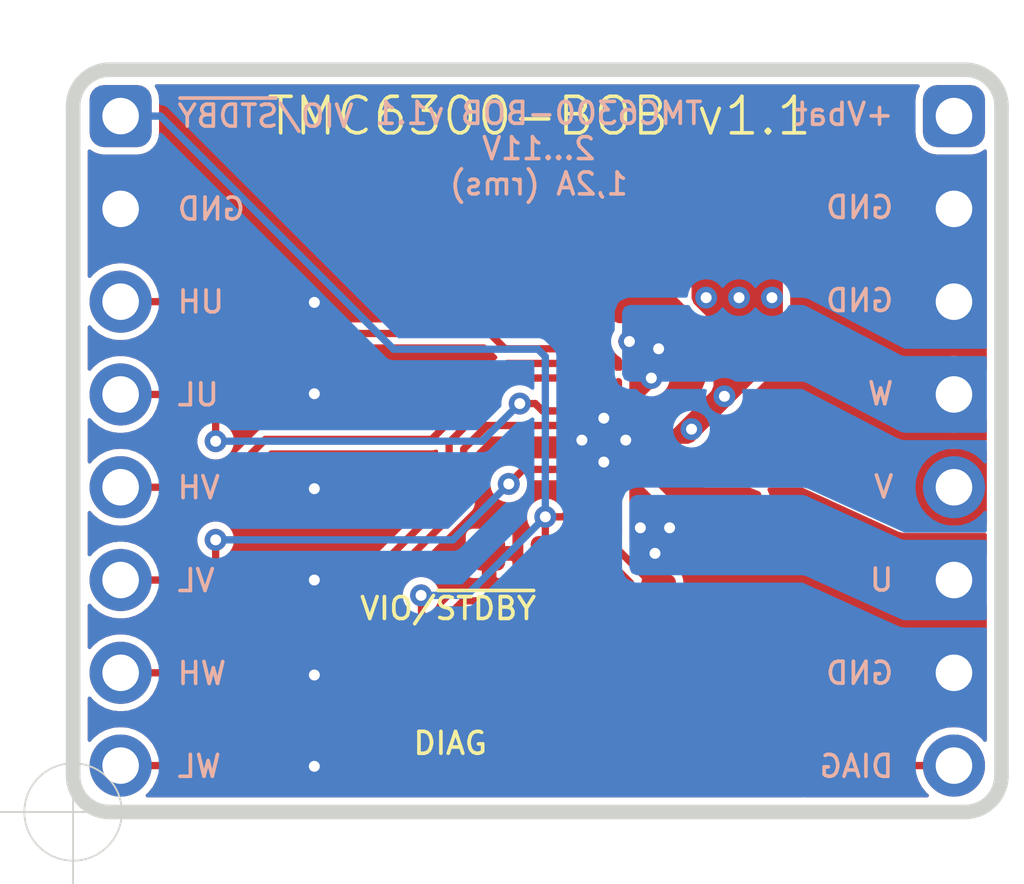
<source format=kicad_pcb>
(kicad_pcb (version 20211014) (generator pcbnew)
  (layers (0 "F.Cu" signal "F1.Cu") (1 "In1.Cu" signal "In2.Cu") (2 "In2.Cu" signal "In3.Cu") (31 "B.Cu" signal "B4.Cu") (34 "B.Paste" user) (35 "F.Paste" user) (36 "B.SilkS" user "B.Silkscreen") (37 "F.SilkS" user "F.Silkscreen") (38 "B.Mask" user) (39 "F.Mask" user) (44 "Edge.Cuts" user))
  (net 0 "")
  (net 1 "GND")
  (net 2 "/VIO\\~{STDBY}")
  (net 3 "Net-(C105-Pad1)")
  (net 4 "Net-(IC101-Pad16)")
  (net 5 "/V")
  (net 6 "/U")
  (net 7 "/DIAG")
  (net 8 "/WL")
  (net 9 "/UL")
  (net 10 "/VL")
  (net 11 "/W")
  (net 12 "/UH")
  (net 13 "/WH")
  (net 14 "/VH")
  (net 15 "Net-(D101-Pad1)")
  (net 16 "Net-(IC101-Pad20)")
  (net 17 "/+Vbat")
  (net 18 "Net-(D102-Pad1)")
  (footprint "Fiducial:Fiducial_0.5mm_Dia_1mm_Outer" (layer "F.Cu") (at 4 -19)
    (fp_text reference "fid101")
    (fp_text value "fiducial" hide)
    (pad "~" smd circle locked (at 0 0) (size 0.5 0.5) (layers "F.Cu" "F.Mask") (clearance 0.25))
  )
  (footprint "Fiducial:Fiducial_0.5mm_Dia_1mm_Outer" (layer "F.Cu") (at 21.5 -19)
    (fp_text reference "fid102")
    (fp_text value "fiducial" hide)
    (pad "~" smd circle locked (at 0 0) (size 0.5 0.5) (layers "F.Cu" "F.Mask") (clearance 0.25))
  )
  (footprint "Resistor_SMD:R_0603_1608Metric" (layer "F.Cu") (at 4.7 -13.95 180)
    (fp_text reference "R101")
    (fp_text value "100kΩ/1%/0603" hide)
    (pad "1" smd roundrect locked (at -0.7875 0 180) (size 0.875 0.95) (layers "F.Cu" "F.Paste" "F.Mask") (net 1 "GND"))
    (pad "2" smd roundrect locked (at 0.7875 0 180) (size 0.875 0.95) (layers "F.Cu" "F.Paste" "F.Mask") (net 12 "/UH"))
  )
  (footprint "Resistor_SMD:R_0603_1608Metric" (layer "F.Cu") (at 4.7 -11.45)
    (fp_text reference "R102")
    (fp_text value "100kΩ/1%/0603" hide)
    (pad "1" smd roundrect locked (at -0.7875 0) (size 0.875 0.95) (layers "F.Cu" "F.Paste" "F.Mask") (net 9 "/UL"))
    (pad "2" smd roundrect locked (at 0.7875 0) (size 0.875 0.95) (layers "F.Cu" "F.Paste" "F.Mask") (net 1 "GND"))
  )
  (footprint "Resistor_SMD:R_0603_1608Metric" (layer "F.Cu") (at 4.7 -8.85)
    (fp_text reference "R103")
    (fp_text value "100kΩ/1%/0603" hide)
    (pad "1" smd roundrect locked (at -0.7875 0) (size 0.875 0.95) (layers "F.Cu" "F.Paste" "F.Mask") (net 14 "/VH"))
    (pad "2" smd roundrect locked (at 0.7875 0) (size 0.875 0.95) (layers "F.Cu" "F.Paste" "F.Mask") (net 1 "GND"))
  )
  (footprint "Resistor_SMD:R_0603_1608Metric" (layer "F.Cu") (at 4.7 -6.35)
    (fp_text reference "R104")
    (fp_text value "100kΩ/1%/0603" hide)
    (pad "1" smd roundrect locked (at -0.7875 0) (size 0.875 0.95) (layers "F.Cu" "F.Paste" "F.Mask") (net 10 "/VL"))
    (pad "2" smd roundrect locked (at 0.7875 0) (size 0.875 0.95) (layers "F.Cu" "F.Paste" "F.Mask") (net 1 "GND"))
  )
  (footprint "Resistor_SMD:R_0603_1608Metric" (layer "F.Cu") (at 4.7 -3.75)
    (fp_text reference "R105")
    (fp_text value "100kΩ/1%/0603" hide)
    (pad "1" smd roundrect locked (at -0.7875 0) (size 0.875 0.95) (layers "F.Cu" "F.Paste" "F.Mask") (net 13 "/WH"))
    (pad "2" smd roundrect locked (at 0.7875 0) (size 0.875 0.95) (layers "F.Cu" "F.Paste" "F.Mask") (net 1 "GND"))
  )
  (footprint "Resistor_SMD:R_0603_1608Metric" (layer "F.Cu") (at 4.7 -1.25)
    (fp_text reference "R106")
    (fp_text value "100kΩ/1%/0603" hide)
    (pad "1" smd roundrect locked (at -0.7875 0) (size 0.875 0.95) (layers "F.Cu" "F.Paste" "F.Mask") (net 8 "/WL"))
    (pad "2" smd roundrect locked (at 0.7875 0) (size 0.875 0.95) (layers "F.Cu" "F.Paste" "F.Mask") (net 1 "GND"))
  )
  (footprint "Resistor_SMD:R_0603_1608Metric" (layer "F.Cu") (at 13.37 -4.53)
    (fp_text reference "R108")
    (fp_text value "1kΩ/1%/0603" hide)
    (pad "1" smd roundrect locked (at -0.7875 0) (size 0.875 0.95) (layers "F.Cu" "F.Paste" "F.Mask") (net 18 "Net-(D102-Pad1)"))
    (pad "2" smd roundrect locked (at 0.7875 0) (size 0.875 0.95) (layers "F.Cu" "F.Paste" "F.Mask") (net 1 "GND"))
  )
  (footprint "LED_SMD:LED_0603_1608Metric" (layer "F.Cu") (at 10.32 -2.98 180)
    (fp_text reference "D101")
    (fp_text value "White" hide)
    (pad "1" smd roundrect locked (at -0.7875 0 180) (size 0.875 0.95) (layers "F.Cu" "F.Paste" "F.Mask") (net 15 "Net-(D101-Pad1)"))
    (pad "2" smd roundrect locked (at 0.7875 0 180) (size 0.875 0.95) (layers "F.Cu" "F.Paste" "F.Mask") (net 7 "/DIAG"))
  )
  (footprint "Resistor_SMD:R_0603_1608Metric" (layer "F.Cu") (at 13.37 -2.98)
    (fp_text reference "R107")
    (fp_text value "220Ω/1%/0603" hide)
    (pad "1" smd roundrect locked (at -0.7875 0) (size 0.875 0.95) (layers "F.Cu" "F.Paste" "F.Mask") (net 15 "Net-(D101-Pad1)"))
    (pad "2" smd roundrect locked (at 0.7875 0) (size 0.875 0.95) (layers "F.Cu" "F.Paste" "F.Mask") (net 1 "GND"))
  )
  (footprint "LED_SMD:LED_0603_1608Metric" (layer "F.Cu") (at 10.32 -4.53 180)
    (fp_text reference "D102")
    (fp_text value "Blue" hide)
    (pad "1" smd roundrect locked (at -0.7875 0 180) (size 0.875 0.95) (layers "F.Cu" "F.Paste" "F.Mask") (net 18 "Net-(D102-Pad1)"))
    (pad "2" smd roundrect locked (at 0.7875 0 180) (size 0.875 0.95) (layers "F.Cu" "F.Paste" "F.Mask") (net 2 "/VIO\\~{STDBY}"))
  )
  (footprint "Resistor_SMD:R_1206_3216Metric" (layer "F.Cu") (at 18.02 -6.08 -90)
    (fp_text reference "R110")
    (fp_text value "150mΩ/0,5W" hide)
    (pad "1" smd roundrect locked (at -1.4 0 270) (size 1.25 1.75) (layers "F.Cu" "F.Paste" "F.Mask") (roundrect_rratio 0.2) (net 4 "Net-(IC101-Pad16)"))
    (pad "2" smd roundrect locked (at 1.4 0 270) (size 1.25 1.75) (layers "F.Cu" "F.Paste" "F.Mask") (roundrect_rratio 0.2) (net 1 "GND"))
  )
  (footprint "Capacitor_SMD:C_0603_1608Metric" (layer "F.Cu") (at 17.42 -15.78 90)
    (fp_text reference "C102")
    (fp_text value "100nF/25V/0603" hide)
    (pad "1" smd roundrect locked (at -0.7875 0 90) (size 0.875 0.95) (layers "F.Cu" "F.Paste" "F.Mask") (net 17 "/+Vbat"))
    (pad "2" smd roundrect locked (at 0.7875 0 90) (size 0.875 0.95) (layers "F.Cu" "F.Paste" "F.Mask") (net 1 "GND"))
  )
  (footprint "Capacitor_SMD:C_0603_1608Metric" (layer "F.Cu") (at 16.02 -5.28 -90)
    (fp_text reference "C105")
    (fp_text value "100nF/10V/0603" hide)
    (pad "1" smd roundrect locked (at -0.7875 0 270) (size 0.875 0.95) (layers "F.Cu" "F.Paste" "F.Mask") (net 3 "Net-(C105-Pad1)"))
    (pad "2" smd roundrect locked (at 0.7875 0 270) (size 0.875 0.95) (layers "F.Cu" "F.Paste" "F.Mask") (net 1 "GND"))
  )
  (footprint "Capacitor_SMD:C_0603_1608Metric" (layer "F.Cu") (at 12.17 -7.08 180)
    (fp_text reference "C104")
    (fp_text value "100nF/25V/0603" hide)
    (pad "1" smd roundrect locked (at -0.7875 0 180) (size 0.875 0.95) (layers "F.Cu" "F.Paste" "F.Mask") (net 2 "/VIO\\~{STDBY}"))
    (pad "2" smd roundrect locked (at 0.7875 0 180) (size 0.875 0.95) (layers "F.Cu" "F.Paste" "F.Mask") (net 1 "GND"))
  )
  (footprint "Resistor_SMD:R_1206_3216Metric" (layer "F.Cu") (at 15.42 -15.48 90)
    (fp_text reference "R109")
    (fp_text value "150mΩ/0,5W" hide)
    (pad "1" smd roundrect locked (at -1.4 0 90) (size 1.25 1.75) (layers "F.Cu" "F.Paste" "F.Mask") (roundrect_rratio 0.2) (net 16 "Net-(IC101-Pad20)"))
    (pad "2" smd roundrect locked (at 1.4 0 90) (size 1.25 1.75) (layers "F.Cu" "F.Paste" "F.Mask") (roundrect_rratio 0.2) (net 1 "GND"))
  )
  (footprint "Fiducial:Fiducial_0.5mm_Dia_1mm_Outer" (layer "F.Cu") (at 20 -1)
    (fp_text reference "fid103")
    (fp_text value "fiducial" hide)
    (pad "~" smd circle locked (at 0 0) (size 0.5 0.5) (layers "F.Cu" "F.Mask") (clearance 0.25))
  )
  (footprint "Trinamic:QFN20" (layer "F.Cu") (at 14.52 -10.18 -90)
    (fp_text reference "IC101")
    (fp_text value "TMC6300" hide)
    (pad "1" smd oval locked (at -1.4 -0.8) (size 0.2 0.6) (layers "F.Cu" "F.Paste" "F.Mask") (net 11 "/W") (clearance 0.1))
    (pad "2" smd oval locked (at -1.4 -0.4) (size 0.2 0.6) (layers "F.Cu" "F.Paste" "F.Mask") (clearance 0.1))
    (pad "3" smd oval locked (at -1.4 0) (size 0.2 0.6) (layers "F.Cu" "F.Paste" "F.Mask") (net 12 "/UH") (clearance 0.1))
    (pad "4" smd oval locked (at -1.4 0.4) (size 0.2 0.6) (layers "F.Cu" "F.Paste" "F.Mask") (net 14 "/VH") (clearance 0.1))
    (pad "5" smd oval locked (at -1.4 0.8) (size 0.2 0.6) (layers "F.Cu" "F.Paste" "F.Mask") (net 13 "/WH") (clearance 0.1))
    (pad "6" smd oval locked (at -0.8 1.4 90) (size 0.2 0.6) (layers "F.Cu" "F.Paste" "F.Mask") (net 9 "/UL") (clearance 0.1))
    (pad "7" smd oval locked (at -0.4 1.4 90) (size 0.2 0.6) (layers "F.Cu" "F.Paste" "F.Mask") (net 8 "/WL") (clearance 0.1))
    (pad "8" smd oval locked (at 0 1.4 90) (size 0.2 0.6) (layers "F.Cu" "F.Paste" "F.Mask") (net 1 "GND") (clearance 0.1))
    (pad "9" smd oval locked (at 0.4 1.4 90) (size 0.2 0.6) (layers "F.Cu" "F.Paste" "F.Mask") (net 1 "GND") (clearance 0.1))
    (pad "10" smd oval locked (at 0.8 1.4 90) (size 0.2 0.6) (layers "F.Cu" "F.Paste" "F.Mask") (net 10 "/VL") (clearance 0.1))
    (pad "11" smd oval locked (at 1.4 0.8) (size 0.2 0.6) (layers "F.Cu" "F.Paste" "F.Mask") (net 2 "/VIO\\~{STDBY}") (clearance 0.1))
    (pad "12" smd oval locked (at 1.4 0.4) (size 0.2 0.6) (layers "F.Cu" "F.Paste" "F.Mask") (net 7 "/DIAG") (clearance 0.1))
    (pad "13" smd oval locked (at 1.4 0) (size 0.2 0.6) (layers "F.Cu" "F.Paste" "F.Mask") (net 3 "Net-(C105-Pad1)") (clearance 0.1))
    (pad "14" smd oval locked (at 1.4 -0.4) (size 0.2 0.6) (layers "F.Cu" "F.Paste" "F.Mask") (net 1 "GND") (clearance 0.1))
    (pad "15" smd oval locked (at 1.4 -0.8) (size 0.2 0.6) (layers "F.Cu" "F.Paste" "F.Mask") (net 6 "/U") (clearance 0.1))
    (pad "16" smd oval locked (at 0.8 -1.4 90) (size 0.2 0.6) (layers "F.Cu" "F.Paste" "F.Mask") (net 4 "Net-(IC101-Pad16)") (clearance 0.1))
    (pad "17" smd oval locked (at 0.4 -1.4 90) (size 0.2 0.6) (layers "F.Cu" "F.Paste" "F.Mask") (net 5 "/V") (clearance 0.1))
    (pad "18" smd oval locked (at 0 -1.4 90) (size 0.2 0.6) (layers "F.Cu" "F.Paste" "F.Mask") (net 17 "/+Vbat") (clearance 0.1))
    (pad "19" smd oval locked (at -0.4 -1.4 90) (size 0.2 0.6) (layers "F.Cu" "F.Paste" "F.Mask") (clearance 0.1))
    (pad "20" smd oval locked (at -0.8 -1.4 90) (size 0.2 0.6) (layers "F.Cu" "F.Paste" "F.Mask") (net 16 "Net-(IC101-Pad20)") (clearance 0.1))
    (pad "PAD" smd roundrect locked (at 0 0 270) (size 1.8 1.8) (layers "F.Cu" "F.Mask") (roundrect_rratio 0.056) (net 1 "GND") (clearance 0.1))
  )
  (footprint "Capacitor_SMD:C_0603_1608Metric" (layer "F.Cu") (at 18.92 -15.78 90)
    (fp_text reference "C101")
    (fp_text value "10μF/25V/0603" hide)
    (pad "1" smd roundrect locked (at -0.7875 0 90) (size 0.875 0.95) (layers "F.Cu" "F.Paste" "F.Mask") (net 17 "/+Vbat"))
    (pad "2" smd roundrect locked (at 0.7875 0 90) (size 0.875 0.95) (layers "F.Cu" "F.Paste" "F.Mask") (net 1 "GND"))
  )
  (footprint "Connector_PinHeader_2.54mm:PinHeader_1x08_P2.54mm_Vertical" (layer "B.Cu") (at 24.1 -19.05 180)
    (fp_text reference "J102")
    (fp_text value "Conn_01x08_Male" hide)
    (pad "1" thru_hole roundrect locked (at 0 0 180) (size 1.7 1.7) (drill 1) (layers *.Cu *.Mask) (roundrect_rratio 0.235) (net 17 "/+Vbat"))
    (pad "2" thru_hole oval locked (at 0 -2.54 180) (size 1.7 1.7) (drill 1) (layers *.Cu *.Mask) (net 1 "GND"))
    (pad "3" thru_hole oval locked (at 0 -5.08 180) (size 1.7 1.7) (drill 1) (layers *.Cu *.Mask) (net 1 "GND"))
    (pad "4" thru_hole oval locked (at 0 -7.62 180) (size 1.7 1.7) (drill 1) (layers *.Cu *.Mask) (net 11 "/W"))
    (pad "5" thru_hole oval locked (at 0 -10.16 180) (size 1.7 1.7) (drill 1) (layers *.Cu *.Mask) (net 5 "/V"))
    (pad "6" thru_hole oval locked (at 0 -12.7 180) (size 1.7 1.7) (drill 1) (layers *.Cu *.Mask) (net 6 "/U"))
    (pad "7" thru_hole oval locked (at 0 -15.24 180) (size 1.7 1.7) (drill 1) (layers *.Cu *.Mask) (net 1 "GND"))
    (pad "8" thru_hole oval locked (at 0 -17.78 180) (size 1.7 1.7) (drill 1) (layers *.Cu *.Mask) (net 7 "/DIAG"))
  )
  (footprint "Connector_PinHeader_2.54mm:PinHeader_1x08_P2.54mm_Vertical" (layer "B.Cu") (at 1.3 -19.05 180)
    (fp_text reference "J101")
    (fp_text value "Conn_01x08_Male" hide)
    (pad "1" thru_hole roundrect locked (at 0 0 180) (size 1.7 1.7) (drill 1) (layers *.Cu *.Mask) (roundrect_rratio 0.235) (net 2 "/VIO\\~{STDBY}"))
    (pad "2" thru_hole oval locked (at 0 -2.54 180) (size 1.7 1.7) (drill 1) (layers *.Cu *.Mask) (net 1 "GND"))
    (pad "3" thru_hole oval locked (at 0 -5.08 180) (size 1.7 1.7) (drill 1) (layers *.Cu *.Mask) (net 12 "/UH"))
    (pad "4" thru_hole oval locked (at 0 -7.62 180) (size 1.7 1.7) (drill 1) (layers *.Cu *.Mask) (net 9 "/UL"))
    (pad "5" thru_hole oval locked (at 0 -10.16 180) (size 1.7 1.7) (drill 1) (layers *.Cu *.Mask) (net 14 "/VH"))
    (pad "6" thru_hole oval locked (at 0 -12.7 180) (size 1.7 1.7) (drill 1) (layers *.Cu *.Mask) (net 10 "/VL"))
    (pad "7" thru_hole oval locked (at 0 -15.24 180) (size 1.7 1.7) (drill 1) (layers *.Cu *.Mask) (net 13 "/WH"))
    (pad "8" thru_hole oval locked (at 0 -17.78 180) (size 1.7 1.7) (drill 1) (layers *.Cu *.Mask) (net 8 "/WL"))
  )
  (gr_line (start 0 -19.32) (end 0 -1) (layer "Edge.Cuts") (width 0.4))
  (gr_arc (start 1 0) (mid 0.292893 -0.292893) (end 0 -1) (layer "Edge.Cuts") (width 0.4))
  (gr_line (start 1 0) (end 24.4 0) (layer "Edge.Cuts") (width 0.4))
  (gr_arc (start 25.4 -1) (mid 25.107107 -0.292893) (end 24.4 0) (layer "Edge.Cuts") (width 0.4))
  (gr_arc (start 0 -19.32) (mid 0.292893 -20.027107) (end 1 -20.32) (layer "Edge.Cuts") (width 0.4))
  (gr_line (start 1 -20.32) (end 24.4 -20.32) (layer "Edge.Cuts") (width 0.4))
  (gr_line (start 25.4 -19.32) (end 25.4 -1) (layer "Edge.Cuts") (width 0.4))
  (gr_arc (start 24.4 -20.32) (mid 25.107107 -20.027107) (end 25.4 -19.32) (layer "Edge.Cuts") (width 0.4))
  (gr_text "GND" (at 2.8 -16.507143) (layer "B.SilkS") (effects (font (size 0.6 0.6) (thickness 0.1)) (justify right mirror)))
  (gr_text "UH" (at 2.8 -13.964286) (layer "B.SilkS") (effects (font (size 0.6 0.6) (thickness 0.1)) (justify right mirror)))
  (gr_text "UL" (at 2.8 -11.421429) (layer "B.SilkS") (effects (font (size 0.6 0.6) (thickness 0.1)) (justify right mirror)))
  (gr_text "VH" (at 2.8 -8.878572) (layer "B.SilkS") (effects (font (size 0.6 0.6) (thickness 0.1)) (justify right mirror)))
  (gr_text "VL" (at 2.8 -6.335715) (layer "B.SilkS") (effects (font (size 0.6 0.6) (thickness 0.1)) (justify right mirror)))
  (gr_text "WH" (at 2.8 -3.792858) (layer "B.SilkS") (effects (font (size 0.6 0.6) (thickness 0.1)) (justify right mirror)))
  (gr_text "WL" (at 2.8 -1.25) (layer "B.SilkS") (effects (font (size 0.6 0.6) (thickness 0.1)) (justify right mirror)))
  (gr_text "+Vbat" (at 22.5 -19.1) (layer "B.SilkS") (effects (font (size 0.6 0.6) (thickness 0.1)) (justify left mirror)))
  (gr_text "GND" (at 22.5 -16.55) (layer "B.SilkS") (effects (font (size 0.6 0.6) (thickness 0.1)) (justify left mirror)))
  (gr_text "GND" (at 22.5 -14) (layer "B.SilkS") (effects (font (size 0.6 0.6) (thickness 0.1)) (justify left mirror)))
  (gr_text "W" (at 22.5 -11.45) (layer "B.SilkS") (effects (font (size 0.6 0.6) (thickness 0.1)) (justify left mirror)))
  (gr_text "V" (at 22.5 -8.9) (layer "B.SilkS") (effects (font (size 0.6 0.6) (thickness 0.1)) (justify left mirror)))
  (gr_text "U" (at 22.5 -6.35) (layer "B.SilkS") (effects (font (size 0.6 0.6) (thickness 0.1)) (justify left mirror)))
  (gr_text "GND" (at 22.5 -3.8) (layer "B.SilkS") (effects (font (size 0.6 0.6) (thickness 0.1)) (justify left mirror)))
  (gr_text "DIAG" (at 22.5 -1.25) (layer "B.SilkS") (effects (font (size 0.6 0.6) (thickness 0.1)) (justify left mirror)))
  (gr_text "TMC6300-BOB v1.1\n2…11V\n1,2A (rms)" (at 12.74 -18.16) (layer "B.SilkS") (effects (font (size 0.6 0.6) (thickness 0.1)) (justify mirror)))
  (gr_text "VIO/~{STDBY}" (at 2.8 -19.05) (layer "B.SilkS") (effects (font (size 0.6 0.6) (thickness 0.1)) (justify right mirror)))
  (gr_text "VIO/~{STDBY}" (at 10.26 -5.57) (layer "F.SilkS") (effects (font (size 0.6 0.6) (thickness 0.1))))
  (gr_text "TMC6300-BOB v1.1" (at 12.75 -19.05) (layer "F.SilkS") (effects (font (size 1 1) (thickness 0.1))))
  (gr_text "DIAG" (at 10.32 -1.88) (layer "F.SilkS") (effects (font (size 0.6 0.6) (thickness 0.1))))
  (target plus (at 0 0) (size 4) (width 0.05) (layer "Edge.Cuts"))
  (segment (start 5.4875 -13.95) (end 6.6 -13.95) (width 0.2) (layer "F.Cu") (net 1))
  (segment (start 5.4875 -6.35) (end 6.6 -6.35) (width 0.2) (layer "F.Cu") (net 1))
  (segment (start 5.4875 -3.75) (end 6.6 -3.75) (width 0.2) (layer "F.Cu") (net 1))
  (segment (start 5.4875 -11.45) (end 6.6 -11.45) (width 0.2) (layer "F.Cu") (net 1))
  (segment (start 5.4875 -1.25) (end 6.6 -1.25) (width 0.2) (layer "F.Cu") (net 1))
  (segment (start 5.4875 -8.85) (end 6.6 -8.85) (width 0.2) (layer "F.Cu") (net 1))
  (via (at 14.52 -9.58) (size 0.6) (drill 0.3) (layers "F.Cu" "B.Cu") (net 1))
  (via (at 14.52 -10.78) (size 0.6) (drill 0.3) (layers "F.Cu" "B.Cu") (net 1))
  (via (at 15.12 -10.18) (size 0.6) (drill 0.3) (layers "F.Cu" "B.Cu") (net 1))
  (via (at 13.92 -10.18) (size 0.6) (drill 0.3) (layers "F.Cu" "B.Cu") (net 1))
  (via (at 6.6 -8.85) (size 0.6) (drill 0.3) (layers "F.Cu" "B.Cu") (net 1))
  (via (at 6.6 -11.45) (size 0.6) (drill 0.3) (layers "F.Cu" "B.Cu") (net 1))
  (via (at 6.6 -13.95) (size 0.6) (drill 0.3) (layers "F.Cu" "B.Cu") (net 1))
  (via (at 6.6 -6.35) (size 0.6) (drill 0.3) (layers "F.Cu" "B.Cu") (net 1))
  (via (at 6.6 -1.25) (size 0.6) (drill 0.3) (layers "F.Cu" "B.Cu") (net 1))
  (via (at 6.6 -3.75) (size 0.6) (drill 0.3) (layers "F.Cu" "B.Cu") (net 1))
  (segment (start 12.92 -7.1175) (end 12.9575 -7.08) (width 0.2) (layer "F.Cu") (net 2))
  (segment (start 13.72 -8.78) (end 13.72 -8.38) (width 0.2) (layer "F.Cu") (net 2))
  (segment (start 13.72 -8.38) (end 13.42 -8.08) (width 0.2) (layer "F.Cu") (net 2))
  (segment (start 9.5325 -4.53) (end 9.5325 -5.9175) (width 0.2) (layer "F.Cu") (net 2))
  (segment (start 12.92 -8.08) (end 12.92 -7.1175) (width 0.2) (layer "F.Cu") (net 2))
  (segment (start 13.42 -8.08) (end 12.92 -8.08) (width 0.2) (layer "F.Cu") (net 2))
  (via (at 9.52 -5.93) (size 0.6) (drill 0.3) (layers "F.Cu" "B.Cu") (net 2))
  (via (at 12.92 -8.08) (size 0.6) (drill 0.3) (layers "F.Cu" "B.Cu") (net 2))
  (segment (start 12.72 -12.668002) (end 12.92 -12.468002) (width 0.2) (layer "B.Cu") (net 2))
  (segment (start 12.92 -8.08) (end 10.77 -5.93) (width 0.2) (layer "B.Cu") (net 2))
  (segment (start 10.77 -5.93) (end 9.97 -5.93) (width 0.2) (layer "B.Cu") (net 2))
  (segment (start 9.944264 -5.93) (end 9.52 -5.93) (width 0.2) (layer "B.Cu") (net 2))
  (segment (start 12.92 -12.468002) (end 12.92 -8.08) (width 0.2) (layer "B.Cu") (net 2))
  (segment (start 1.3 -19.05) (end 2.388002 -19.05) (width 0.2) (layer "B.Cu") (net 2))
  (segment (start 8.77 -12.668002) (end 12.72 -12.668002) (width 0.2) (layer "B.Cu") (net 2))
  (segment (start 2.388002 -19.05) (end 7.519001 -13.919001) (width 0.2) (layer "B.Cu") (net 2))
  (segment (start 7.519001 -13.919001) (end 8.77 -12.668002) (width 0.2) (layer "B.Cu") (net 2))
  (segment (start 14.52 -7.5675) (end 16.02 -6.0675) (width 0.2) (layer "F.Cu") (net 3))
  (segment (start 14.52 -8.78) (end 14.52 -7.5675) (width 0.2) (layer "F.Cu") (net 3))
  (via (at 15.52 -7.78) (size 0.6) (drill 0.3) (layers "F.Cu" "B.Cu") (net 6))
  (via (at 15.92 -7.08) (size 0.6) (drill 0.3) (layers "F.Cu" "B.Cu") (net 6))
  (via (at 16.32 -7.78) (size 0.6) (drill 0.3) (layers "F.Cu" "B.Cu") (net 6))
  (segment (start 14.12 -8.78) (end 14.12 -6.18) (width 0.2) (layer "F.Cu") (net 7))
  (segment (start 10.27001 -3.71751) (end 9.994112 -3.441612) (width 0.2) (layer "F.Cu") (net 7))
  (segment (start 10.27001 -5.38001) (end 10.27001 -3.71751) (width 0.2) (layer "F.Cu") (net 7))
  (segment (start 10.67 -5.78) (end 10.27001 -5.38001) (width 0.2) (layer "F.Cu") (net 7))
  (segment (start 13.72 -5.78) (end 10.67 -5.78) (width 0.2) (layer "F.Cu") (net 7))
  (segment (start 9.994112 -3.441612) (end 9.5325 -2.98) (width 0.2) (layer "F.Cu") (net 7))
  (segment (start 14.12 -6.18) (end 13.72 -5.78) (width 0.2) (layer "F.Cu") (net 7))
  (segment (start 9.5325 -2.98) (end 9.5325 -2.9675) (width 0.2) (layer "F.Cu") (net 7))
  (segment (start 21.33 -1.27) (end 24.1 -1.27) (width 0.2) (layer "F.Cu") (net 7))
  (segment (start 10.32 -2.18) (end 20.42 -2.18) (width 0.2) (layer "F.Cu") (net 7))
  (segment (start 9.5325 -2.9675) (end 10.32 -2.18) (width 0.2) (layer "F.Cu") (net 7))
  (segment (start 20.42 -2.18) (end 21.33 -1.27) (width 0.2) (layer "F.Cu") (net 7))
  (segment (start 10.687161 -8.451462) (end 7.42 -5.184302) (width 0.2) (layer "F.Cu") (net 8))
  (segment (start 10.687161 -9.937161) (end 10.687161 -8.451462) (width 0.2) (layer "F.Cu") (net 8))
  (segment (start 7.42 -2.37) (end 7.3 -2.25) (width 0.2) (layer "F.Cu") (net 8))
  (segment (start 11.32 -10.58) (end 11.32 -10.57) (width 0.2) (layer "F.Cu") (net 8))
  (segment (start 11.32 -10.57) (end 10.687161 -9.937161) (width 0.2) (layer "F.Cu") (net 8))
  (segment (start 7.42 -5.184302) (end 7.42 -2.37) (width 0.2) (layer "F.Cu") (net 8))
  (segment (start 4.9125 -2.25) (end 3.9125 -1.25) (width 0.2) (layer "F.Cu") (net 8))
  (segment (start 13.12 -10.58) (end 11.32 -10.58) (width 0.2) (layer "F.Cu") (net 8))
  (segment (start 3.8925 -1.27) (end 3.9125 -1.25) (width 0.2) (layer "F.Cu") (net 8))
  (segment (start 1.3 -1.27) (end 3.8925 -1.27) (width 0.2) (layer "F.Cu") (net 8))
  (segment (start 7.3 -2.25) (end 4.9125 -2.25) (width 0.2) (layer "F.Cu") (net 8))
  (segment (start 12.22 -11.18) (end 12.644264 -11.18) (width 0.2) (layer "F.Cu") (net 9))
  (segment (start 12.644264 -11.18) (end 12.844264 -10.98) (width 0.2) (layer "F.Cu") (net 9))
  (segment (start 12.844264 -10.98) (end 13.12 -10.98) (width 0.2) (layer "F.Cu") (net 9))
  (segment (start 3.9 -10.15) (end 3.9 -11.4375) (width 0.2) (layer "F.Cu") (net 9))
  (segment (start 3.9 -11.4375) (end 3.9125 -11.45) (width 0.2) (layer "F.Cu") (net 9))
  (segment (start 1.3 -11.43) (end 3.8925 -11.43) (width 0.2) (layer "F.Cu") (net 9))
  (segment (start 3.8925 -11.43) (end 3.9125 -11.45) (width 0.2) (layer "F.Cu") (net 9))
  (via (at 12.22 -11.18) (size 0.6) (drill 0.3) (layers "F.Cu" "B.Cu") (net 9))
  (via (at 3.9 -10.15) (size 0.6) (drill 0.3) (layers "F.Cu" "B.Cu") (net 9))
  (segment (start 11.19 -10.15) (end 12.22 -11.18) (width 0.2) (layer "B.Cu") (net 9))
  (segment (start 3.9 -10.15) (end 11.19 -10.15) (width 0.2) (layer "B.Cu") (net 9))
  (segment (start 12.32 -9.38) (end 11.92 -8.98) (width 0.2) (layer "F.Cu") (net 10))
  (segment (start 13.12 -9.38) (end 12.32 -9.38) (width 0.2) (layer "F.Cu") (net 10))
  (segment (start 3.9 -7.45) (end 3.9 -6.3625) (width 0.2) (layer "F.Cu") (net 10))
  (segment (start 1.3 -6.35) (end 2.502081 -6.35) (width 0.2) (layer "F.Cu") (net 10))
  (segment (start 3.9 -6.3625) (end 3.9125 -6.35) (width 0.2) (layer "F.Cu") (net 10))
  (segment (start 2.502081 -6.35) (end 3.9125 -6.35) (width 0.2) (layer "F.Cu") (net 10))
  (via (at 11.92 -8.98) (size 0.6) (drill 0.3) (layers "F.Cu" "B.Cu") (net 10))
  (via (at 3.9 -7.45) (size 0.6) (drill 0.3) (layers "F.Cu" "B.Cu") (net 10))
  (segment (start 10.39 -7.45) (end 3.9 -7.45) (width 0.2) (layer "B.Cu") (net 10))
  (segment (start 11.92 -8.98) (end 10.39 -7.45) (width 0.2) (layer "B.Cu") (net 10))
  (via (at 15.82 -11.88) (size 0.6) (drill 0.3) (layers "F.Cu" "B.Cu") (net 11))
  (via (at 15.22 -12.88) (size 0.6) (drill 0.3) (layers "F.Cu" "B.Cu") (net 11))
  (via (at 16.02 -12.68) (size 0.6) (drill 0.3) (layers "F.Cu" "B.Cu") (net 11))
  (segment (start 14.52 -11.58) (end 14.52 -12.111398) (width 0.2) (layer "F.Cu") (net 12))
  (segment (start 14.52 -12.111398) (end 13.951388 -12.68001) (width 0.2) (layer "F.Cu") (net 12))
  (segment (start 4.7625 -13.1) (end 4.374112 -13.488388) (width 0.2) (layer "F.Cu") (net 12))
  (segment (start 13.951388 -12.68001) (end 11.81999 -12.68001) (width 0.2) (layer "F.Cu") (net 12))
  (segment (start 11.4 -13.1) (end 4.7625 -13.1) (width 0.2) (layer "F.Cu") (net 12))
  (segment (start 4.374112 -13.488388) (end 3.9125 -13.95) (width 0.2) (layer "F.Cu") (net 12))
  (segment (start 11.81999 -12.68001) (end 11.4 -13.1) (width 0.2) (layer "F.Cu") (net 12))
  (segment (start 3.8925 -13.97) (end 3.9125 -13.95) (width 0.2) (layer "F.Cu") (net 12))
  (segment (start 1.3 -13.97) (end 3.8925 -13.97) (width 0.2) (layer "F.Cu") (net 12))
  (segment (start 10.287151 -8.617151) (end 6.72 -5.05) (width 0.2) (layer "F.Cu") (net 13))
  (segment (start 5.2125 -5.05) (end 3.9125 -3.75) (width 0.2) (layer "F.Cu") (net 13))
  (segment (start 1.3 -3.81) (end 3.8525 -3.81) (width 0.2) (layer "F.Cu") (net 13))
  (segment (start 13.62 -11.88) (end 12.054302 -11.88) (width 0.2) (layer "F.Cu") (net 13))
  (segment (start 10.287151 -10.11285) (end 10.287151 -8.617151) (width 0.2) (layer "F.Cu") (net 13))
  (segment (start 13.72 -11.58) (end 13.72 -11.78) (width 0.2) (layer "F.Cu") (net 13))
  (segment (start 13.72 -11.78) (end 13.62 -11.88) (width 0.2) (layer "F.Cu") (net 13))
  (segment (start 3.8525 -3.81) (end 3.9125 -3.75) (width 0.2) (layer "F.Cu") (net 13))
  (segment (start 6.72 -5.05) (end 5.2125 -5.05) (width 0.2) (layer "F.Cu") (net 13))
  (segment (start 12.054302 -11.88) (end 10.287151 -10.11285) (width 0.2) (layer "F.Cu") (net 13))
  (segment (start 3.8725 -8.89) (end 3.9125 -8.85) (width 0.2) (layer "F.Cu") (net 14))
  (segment (start 5.2625 -10.2) (end 9.808603 -10.2) (width 0.2) (layer "F.Cu") (net 14))
  (segment (start 1.3 -8.89) (end 3.8725 -8.89) (width 0.2) (layer "F.Cu") (net 14))
  (segment (start 14.12 -11.9457) (end 14.12 -11.58) (width 0.2) (layer "F.Cu") (net 14))
  (segment (start 3.9125 -8.85) (end 5.2625 -10.2) (width 0.2) (layer "F.Cu") (net 14))
  (segment (start 13.7857 -12.28) (end 14.12 -11.9457) (width 0.2) (layer "F.Cu") (net 14))
  (segment (start 9.808603 -10.2) (end 11.888603 -12.28) (width 0.2) (layer "F.Cu") (net 14))
  (segment (start 11.888603 -12.28) (end 13.7857 -12.28) (width 0.2) (layer "F.Cu") (net 14))
  (segment (start 11.1075 -2.98) (end 12.5825 -2.98) (width 0.2) (layer "F.Cu") (net 15))
  (via (at 17.82 -11.38) (size 0.6) (drill 0.3) (layers "F.Cu" "B.Cu") (net 17))
  (via (at 16.92 -10.48) (size 0.6) (drill 0.3) (layers "F.Cu" "B.Cu") (net 17))
  (via (at 17.32 -14.08) (size 0.6) (drill 0.3) (layers "F.Cu" "B.Cu") (net 17))
  (via (at 19.12 -14.08) (size 0.6) (drill 0.3) (layers "F.Cu" "B.Cu") (net 17))
  (via (at 18.22 -14.08) (size 0.6) (drill 0.3) (layers "F.Cu" "B.Cu") (net 17))
  (segment (start 11.1075 -4.53) (end 12.5825 -4.53) (width 0.2) (layer "F.Cu") (net 18))
  (zone (net 5) (net_name "/V") (layer "F.Cu") (priority 1) (connect_pads yes (clearance 0.2)) (min_thickness 0.1) (fill yes (thermal_gap 0.2) (thermal_bridge_width 0.4) (smoothing fillet) (radius 0.2))
    (polygon (pts (xy 15.62 -9.68) (xy 16.62 -9.68) (xy 17.22 -9.08) (xy 20 -9.08) (xy 22.7 -7.84) (xy 25.15 -7.84) (xy 25.15 -9.94) (xy 22.7 -9.94) (xy 20 -11.18) (xy 18.32 -11.18) (xy 17.02 -9.88) (xy 15.62 -9.88)))
  )
  (zone (net 1) (net_name "GND") (layer "F.Cu") (connect_pads (clearance 0.2)) (min_thickness 0.1) (fill yes (thermal_gap 0.2) (thermal_bridge_width 0.4) (smoothing fillet) (radius 0.4))
    (polygon (pts (xy 0 0) (xy 25.4 0) (xy 25.4 -20.35) (xy 0 -20.35)))
  )
  (zone (net 6) (net_name "/U") (layer "F.Cu") (priority 3) (connect_pads yes (clearance 0.2)) (min_thickness 0.1) (fill yes (thermal_gap 0.2) (thermal_bridge_width 0.4) (smoothing fillet) (radius 0.2))
    (polygon (pts (xy 15.22 -9.08) (xy 15.22 -7.38) (xy 15.82 -6.78) (xy 16.62 -6.78) (xy 16.62 -7.88) (xy 15.42 -9.08)))
  )
  (zone (net 0) (net_name "") (layer "F.Cu") (connect_pads yes (clearance 0)) (min_thickness 0.1)
    (keepout (tracks allowed) (vias allowed) (pads allowed) (copperpour not_allowed) (footprints allowed))
    (fill (thermal_gap 0.2) (thermal_bridge_width 0.4))
    (polygon (pts (xy 13.62 -11.08) (xy 15.42 -11.08) (xy 15.42 -11.18) (xy 13.62 -11.18)))
  )
  (zone (net 0) (net_name "") (layer "F.Cu") (connect_pads yes (clearance 0)) (min_thickness 0.1)
    (keepout (tracks allowed) (vias allowed) (pads allowed) (copperpour not_allowed) (footprints allowed))
    (fill (thermal_gap 0.2) (thermal_bridge_width 0.4))
    (polygon (pts (xy 14.52 -9.28) (xy 13.62 -9.28) (xy 13.62 -9.18) (xy 14.52 -9.18)))
  )
  (zone (net 11) (net_name "/W") (layer "F.Cu") (priority 3) (connect_pads yes (clearance 0.2)) (min_thickness 0.1) (fill yes (thermal_gap 0.2) (thermal_bridge_width 0.4) (smoothing fillet) (radius 0.2))
    (polygon (pts (xy 15.22 -11.28) (xy 15.22 -12.48) (xy 14.82 -12.88) (xy 15.12 -13.18) (xy 15.82 -13.18) (xy 16.32 -12.68) (xy 16.32 -12.08) (xy 15.62 -11.38) (xy 15.62 -11.28)))
  )
  (zone (net 17) (net_name "/+Vbat") (layer "F.Cu") (priority 4) (connect_pads yes (clearance 0.2)) (min_thickness 0.1) (fill yes (thermal_gap 0.2) (thermal_bridge_width 0.4) (smoothing fillet) (radius 0.2))
    (polygon (pts (xy 15.62 -10.08) (xy 16.92 -10.08) (xy 18.22 -11.38) (xy 19.42 -12.58) (xy 19.42 -15.38) (xy 16.92 -15.38) (xy 16.92 -13.98) (xy 17.52 -13.38) (xy 17.52 -11.58) (xy 16.22 -10.28) (xy 15.62 -10.28)))
  )
  (zone (net 0) (net_name "") (layer "F.Cu") (connect_pads yes (clearance 0)) (min_thickness 0.1)
    (keepout (tracks allowed) (vias allowed) (pads allowed) (copperpour not_allowed) (footprints allowed))
    (fill (thermal_gap 0.2) (thermal_bridge_width 0.4))
    (polygon (pts (xy 13.62 -10.58) (xy 13.62 -11.08) (xy 13.52 -11.08) (xy 13.52 -10.58)))
  )
  (zone (net 4) (net_name "Net-(IC101-Pad16)") (layer "F.Cu") (priority 2) (connect_pads yes (clearance 0.2)) (min_thickness 0.1) (fill yes (thermal_gap 0.2) (thermal_bridge_width 0.4) (smoothing fillet) (radius 0.4))
    (polygon (pts (xy 15.62 -9.48) (xy 15.62 -9.28) (xy 17.12 -7.78) (xy 17.12 -6.88) (xy 18.92 -6.88) (xy 18.92 -8.88) (xy 17.12 -8.88) (xy 16.52 -9.48)))
  )
  (zone (net 16) (net_name "Net-(IC101-Pad20)") (layer "F.Cu") (priority 2) (connect_pads yes (clearance 0.2)) (min_thickness 0.1) (fill yes (thermal_gap 0.2) (thermal_bridge_width 0.4) (smoothing fillet) (radius 0.4))
    (polygon (pts (xy 15.62 -10.88) (xy 15.62 -11.08) (xy 16.52 -11.98) (xy 16.52 -12.88) (xy 16.02 -13.38) (xy 14.52 -13.38) (xy 14.52 -14.78) (xy 16.32 -14.78) (xy 16.32 -14.28) (xy 17.32 -13.28) (xy 17.32 -11.68) (xy 16.52 -10.88)))
  )
  (zone (net 0) (net_name "") (layer "F.Cu") (connect_pads yes (clearance 0)) (min_thickness 0.1)
    (keepout (tracks allowed) (vias allowed) (pads allowed) (copperpour not_allowed) (footprints allowed))
    (fill (thermal_gap 0.2) (thermal_bridge_width 0.4))
    (polygon (pts (xy 15.42 -11.08) (xy 15.42 -9.28) (xy 15.52 -9.28) (xy 15.52 -11.08)))
  )
  (zone (net 6) (net_name "/U") (layer "B.Cu") (priority 3) (connect_pads yes (clearance 0.2)) (min_thickness 0.1) (fill yes (thermal_gap 0.2) (thermal_bridge_width 0.4) (smoothing fillet) (radius 0.2))
    (polygon (pts (xy 25.15 -7.45) (xy 22.7 -7.45) (xy 20 -8.68) (xy 15.22 -8.68) (xy 15.22 -6.48) (xy 20 -6.48) (xy 22.708363 -5.25) (xy 25.15 -5.25)))
  )
  (zone (net 11) (net_name "/W") (layer "B.Cu") (priority 3) (connect_pads yes (clearance 0.2)) (min_thickness 0.1) (fill yes (thermal_gap 0.2) (thermal_bridge_width 0.4) (smoothing fillet) (radius 0.2))
    (polygon (pts (xy 15.02 -13.08) (xy 15.02 -11.78) (xy 20 -11.78) (xy 22.7 -10.38) (xy 25.15 -10.38) (xy 25.15 -12.48) (xy 22.7 -12.48) (xy 20 -13.88) (xy 15.02 -13.88)))
  )
  (zone (net 1) (net_name "GND") (layer "B.Cu") (connect_pads (clearance 0.2)) (min_thickness 0.1) (fill yes (thermal_gap 0.2) (thermal_bridge_width 0.4) (smoothing fillet) (radius 0.2))
    (polygon (pts (xy 0 0) (xy 25.4 0) (xy 25.4 -20.35) (xy 0 -20.35)))
  )
)
</source>
